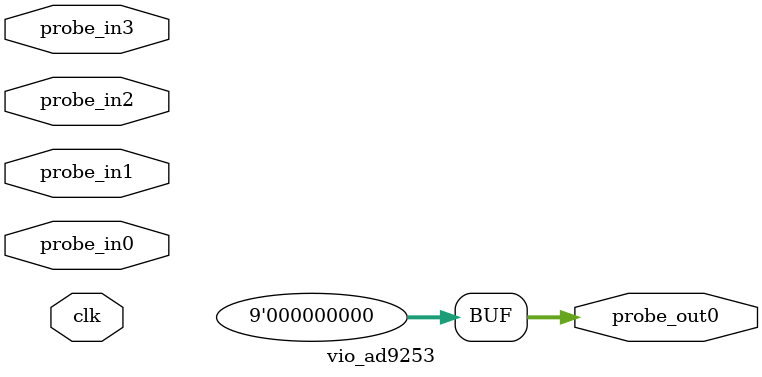
<source format=v>
`timescale 1ns / 1ps
module vio_ad9253 (
clk,
probe_in0,probe_in1,probe_in2,probe_in3,
probe_out0
);

input clk;
input [15 : 0] probe_in0;
input [7 : 0] probe_in1;
input [8 : 0] probe_in2;
input [7 : 0] probe_in3;

output reg [8 : 0] probe_out0 = 'h000 ;


endmodule

</source>
